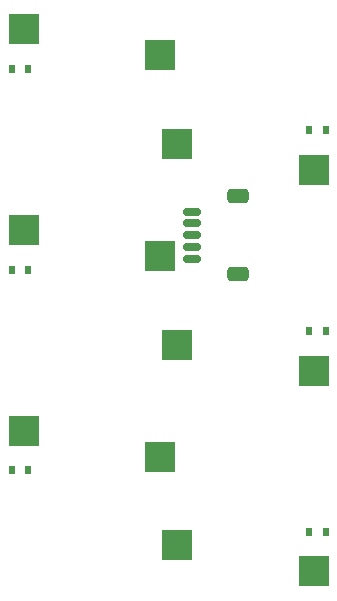
<source format=gbr>
%TF.GenerationSoftware,KiCad,Pcbnew,(7.0.0-0)*%
%TF.CreationDate,2023-02-22T17:53:04+08:00*%
%TF.ProjectId,thumb,7468756d-622e-46b6-9963-61645f706362,v1.0.0*%
%TF.SameCoordinates,Original*%
%TF.FileFunction,Paste,Bot*%
%TF.FilePolarity,Positive*%
%FSLAX46Y46*%
G04 Gerber Fmt 4.6, Leading zero omitted, Abs format (unit mm)*
G04 Created by KiCad (PCBNEW (7.0.0-0)) date 2023-02-22 17:53:04*
%MOMM*%
%LPD*%
G01*
G04 APERTURE LIST*
G04 Aperture macros list*
%AMRoundRect*
0 Rectangle with rounded corners*
0 $1 Rounding radius*
0 $2 $3 $4 $5 $6 $7 $8 $9 X,Y pos of 4 corners*
0 Add a 4 corners polygon primitive as box body*
4,1,4,$2,$3,$4,$5,$6,$7,$8,$9,$2,$3,0*
0 Add four circle primitives for the rounded corners*
1,1,$1+$1,$2,$3*
1,1,$1+$1,$4,$5*
1,1,$1+$1,$6,$7*
1,1,$1+$1,$8,$9*
0 Add four rect primitives between the rounded corners*
20,1,$1+$1,$2,$3,$4,$5,0*
20,1,$1+$1,$4,$5,$6,$7,0*
20,1,$1+$1,$6,$7,$8,$9,0*
20,1,$1+$1,$8,$9,$2,$3,0*%
G04 Aperture macros list end*
%ADD10R,2.600000X2.600000*%
%ADD11R,0.600000X0.700000*%
%ADD12RoundRect,0.150000X-0.625000X0.150000X-0.625000X-0.150000X0.625000X-0.150000X0.625000X0.150000X0*%
%ADD13RoundRect,0.250000X-0.650000X0.350000X-0.650000X-0.350000X0.650000X-0.350000X0.650000X0.350000X0*%
G04 APERTURE END LIST*
D10*
%TO.C,S1*%
X21274999Y28049999D03*
X9724999Y30249999D03*
%TD*%
D11*
%TO.C,D1*%
X20899999Y31399999D03*
X22299999Y31399999D03*
%TD*%
D10*
%TO.C,S2*%
X21274999Y11049999D03*
X9724999Y13249999D03*
%TD*%
D11*
%TO.C,D2*%
X20899999Y14399999D03*
X22299999Y14399999D03*
%TD*%
D10*
%TO.C,S3*%
X21274999Y-5949999D03*
X9724999Y-3749999D03*
%TD*%
D11*
%TO.C,D3*%
X20899999Y-2599999D03*
X22299999Y-2599999D03*
%TD*%
D10*
%TO.C,S4*%
X-3274999Y39949999D03*
X8274999Y37749999D03*
%TD*%
D11*
%TO.C,D4*%
X-2899999Y36599999D03*
X-4299999Y36599999D03*
%TD*%
D10*
%TO.C,S5*%
X-3274999Y22949999D03*
X8274999Y20749999D03*
%TD*%
D11*
%TO.C,D5*%
X-2899999Y19599999D03*
X-4299999Y19599999D03*
%TD*%
D10*
%TO.C,S6*%
X-3274999Y5949999D03*
X8274999Y3749999D03*
%TD*%
D11*
%TO.C,D6*%
X-2899999Y2599999D03*
X-4299999Y2599999D03*
%TD*%
D12*
%TO.C,JC1*%
X11000000Y20500000D03*
X11000000Y21500000D03*
X11000000Y22500000D03*
X11000000Y23500000D03*
X11000000Y24500000D03*
D13*
X14875000Y25800000D03*
X14875000Y19200000D03*
%TD*%
M02*

</source>
